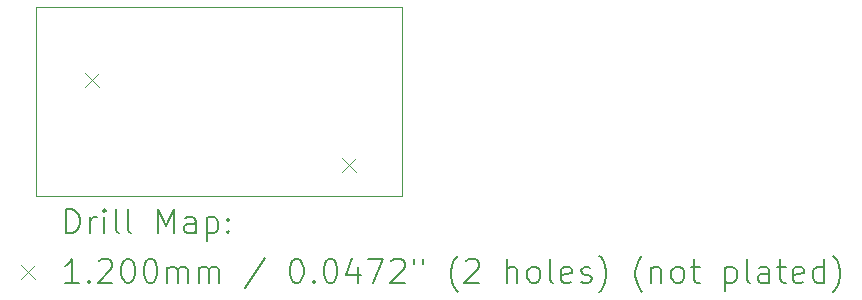
<source format=gbr>
%TF.GenerationSoftware,KiCad,Pcbnew,9.0.4*%
%TF.CreationDate,2025-11-13T19:39:49-05:00*%
%TF.ProjectId,thermistor circuit,74686572-6d69-4737-946f-722063697263,rev?*%
%TF.SameCoordinates,Original*%
%TF.FileFunction,Drillmap*%
%TF.FilePolarity,Positive*%
%FSLAX45Y45*%
G04 Gerber Fmt 4.5, Leading zero omitted, Abs format (unit mm)*
G04 Created by KiCad (PCBNEW 9.0.4) date 2025-11-13 19:39:49*
%MOMM*%
%LPD*%
G01*
G04 APERTURE LIST*
%ADD10C,0.050000*%
%ADD11C,0.200000*%
%ADD12C,0.120000*%
G04 APERTURE END LIST*
D10*
X17425000Y-7550000D02*
X20525000Y-7550000D01*
X20525000Y-9150000D01*
X17425000Y-9150000D01*
X17425000Y-7550000D01*
D11*
D12*
X17840000Y-8105000D02*
X17960000Y-8225000D01*
X17960000Y-8105000D02*
X17840000Y-8225000D01*
X20015000Y-8825000D02*
X20135000Y-8945000D01*
X20135000Y-8825000D02*
X20015000Y-8945000D01*
D11*
X17683277Y-9463984D02*
X17683277Y-9263984D01*
X17683277Y-9263984D02*
X17730896Y-9263984D01*
X17730896Y-9263984D02*
X17759467Y-9273508D01*
X17759467Y-9273508D02*
X17778515Y-9292555D01*
X17778515Y-9292555D02*
X17788039Y-9311603D01*
X17788039Y-9311603D02*
X17797563Y-9349698D01*
X17797563Y-9349698D02*
X17797563Y-9378270D01*
X17797563Y-9378270D02*
X17788039Y-9416365D01*
X17788039Y-9416365D02*
X17778515Y-9435412D01*
X17778515Y-9435412D02*
X17759467Y-9454460D01*
X17759467Y-9454460D02*
X17730896Y-9463984D01*
X17730896Y-9463984D02*
X17683277Y-9463984D01*
X17883277Y-9463984D02*
X17883277Y-9330650D01*
X17883277Y-9368746D02*
X17892801Y-9349698D01*
X17892801Y-9349698D02*
X17902324Y-9340174D01*
X17902324Y-9340174D02*
X17921372Y-9330650D01*
X17921372Y-9330650D02*
X17940420Y-9330650D01*
X18007086Y-9463984D02*
X18007086Y-9330650D01*
X18007086Y-9263984D02*
X17997563Y-9273508D01*
X17997563Y-9273508D02*
X18007086Y-9283031D01*
X18007086Y-9283031D02*
X18016610Y-9273508D01*
X18016610Y-9273508D02*
X18007086Y-9263984D01*
X18007086Y-9263984D02*
X18007086Y-9283031D01*
X18130896Y-9463984D02*
X18111848Y-9454460D01*
X18111848Y-9454460D02*
X18102324Y-9435412D01*
X18102324Y-9435412D02*
X18102324Y-9263984D01*
X18235658Y-9463984D02*
X18216610Y-9454460D01*
X18216610Y-9454460D02*
X18207086Y-9435412D01*
X18207086Y-9435412D02*
X18207086Y-9263984D01*
X18464229Y-9463984D02*
X18464229Y-9263984D01*
X18464229Y-9263984D02*
X18530896Y-9406841D01*
X18530896Y-9406841D02*
X18597563Y-9263984D01*
X18597563Y-9263984D02*
X18597563Y-9463984D01*
X18778515Y-9463984D02*
X18778515Y-9359222D01*
X18778515Y-9359222D02*
X18768991Y-9340174D01*
X18768991Y-9340174D02*
X18749944Y-9330650D01*
X18749944Y-9330650D02*
X18711848Y-9330650D01*
X18711848Y-9330650D02*
X18692801Y-9340174D01*
X18778515Y-9454460D02*
X18759467Y-9463984D01*
X18759467Y-9463984D02*
X18711848Y-9463984D01*
X18711848Y-9463984D02*
X18692801Y-9454460D01*
X18692801Y-9454460D02*
X18683277Y-9435412D01*
X18683277Y-9435412D02*
X18683277Y-9416365D01*
X18683277Y-9416365D02*
X18692801Y-9397317D01*
X18692801Y-9397317D02*
X18711848Y-9387793D01*
X18711848Y-9387793D02*
X18759467Y-9387793D01*
X18759467Y-9387793D02*
X18778515Y-9378270D01*
X18873753Y-9330650D02*
X18873753Y-9530650D01*
X18873753Y-9340174D02*
X18892801Y-9330650D01*
X18892801Y-9330650D02*
X18930896Y-9330650D01*
X18930896Y-9330650D02*
X18949944Y-9340174D01*
X18949944Y-9340174D02*
X18959467Y-9349698D01*
X18959467Y-9349698D02*
X18968991Y-9368746D01*
X18968991Y-9368746D02*
X18968991Y-9425889D01*
X18968991Y-9425889D02*
X18959467Y-9444936D01*
X18959467Y-9444936D02*
X18949944Y-9454460D01*
X18949944Y-9454460D02*
X18930896Y-9463984D01*
X18930896Y-9463984D02*
X18892801Y-9463984D01*
X18892801Y-9463984D02*
X18873753Y-9454460D01*
X19054705Y-9444936D02*
X19064229Y-9454460D01*
X19064229Y-9454460D02*
X19054705Y-9463984D01*
X19054705Y-9463984D02*
X19045182Y-9454460D01*
X19045182Y-9454460D02*
X19054705Y-9444936D01*
X19054705Y-9444936D02*
X19054705Y-9463984D01*
X19054705Y-9340174D02*
X19064229Y-9349698D01*
X19064229Y-9349698D02*
X19054705Y-9359222D01*
X19054705Y-9359222D02*
X19045182Y-9349698D01*
X19045182Y-9349698D02*
X19054705Y-9340174D01*
X19054705Y-9340174D02*
X19054705Y-9359222D01*
D12*
X17302500Y-9732500D02*
X17422500Y-9852500D01*
X17422500Y-9732500D02*
X17302500Y-9852500D01*
D11*
X17788039Y-9883984D02*
X17673753Y-9883984D01*
X17730896Y-9883984D02*
X17730896Y-9683984D01*
X17730896Y-9683984D02*
X17711848Y-9712555D01*
X17711848Y-9712555D02*
X17692801Y-9731603D01*
X17692801Y-9731603D02*
X17673753Y-9741127D01*
X17873753Y-9864936D02*
X17883277Y-9874460D01*
X17883277Y-9874460D02*
X17873753Y-9883984D01*
X17873753Y-9883984D02*
X17864229Y-9874460D01*
X17864229Y-9874460D02*
X17873753Y-9864936D01*
X17873753Y-9864936D02*
X17873753Y-9883984D01*
X17959467Y-9703031D02*
X17968991Y-9693508D01*
X17968991Y-9693508D02*
X17988039Y-9683984D01*
X17988039Y-9683984D02*
X18035658Y-9683984D01*
X18035658Y-9683984D02*
X18054705Y-9693508D01*
X18054705Y-9693508D02*
X18064229Y-9703031D01*
X18064229Y-9703031D02*
X18073753Y-9722079D01*
X18073753Y-9722079D02*
X18073753Y-9741127D01*
X18073753Y-9741127D02*
X18064229Y-9769698D01*
X18064229Y-9769698D02*
X17949944Y-9883984D01*
X17949944Y-9883984D02*
X18073753Y-9883984D01*
X18197563Y-9683984D02*
X18216610Y-9683984D01*
X18216610Y-9683984D02*
X18235658Y-9693508D01*
X18235658Y-9693508D02*
X18245182Y-9703031D01*
X18245182Y-9703031D02*
X18254705Y-9722079D01*
X18254705Y-9722079D02*
X18264229Y-9760174D01*
X18264229Y-9760174D02*
X18264229Y-9807793D01*
X18264229Y-9807793D02*
X18254705Y-9845889D01*
X18254705Y-9845889D02*
X18245182Y-9864936D01*
X18245182Y-9864936D02*
X18235658Y-9874460D01*
X18235658Y-9874460D02*
X18216610Y-9883984D01*
X18216610Y-9883984D02*
X18197563Y-9883984D01*
X18197563Y-9883984D02*
X18178515Y-9874460D01*
X18178515Y-9874460D02*
X18168991Y-9864936D01*
X18168991Y-9864936D02*
X18159467Y-9845889D01*
X18159467Y-9845889D02*
X18149944Y-9807793D01*
X18149944Y-9807793D02*
X18149944Y-9760174D01*
X18149944Y-9760174D02*
X18159467Y-9722079D01*
X18159467Y-9722079D02*
X18168991Y-9703031D01*
X18168991Y-9703031D02*
X18178515Y-9693508D01*
X18178515Y-9693508D02*
X18197563Y-9683984D01*
X18388039Y-9683984D02*
X18407086Y-9683984D01*
X18407086Y-9683984D02*
X18426134Y-9693508D01*
X18426134Y-9693508D02*
X18435658Y-9703031D01*
X18435658Y-9703031D02*
X18445182Y-9722079D01*
X18445182Y-9722079D02*
X18454705Y-9760174D01*
X18454705Y-9760174D02*
X18454705Y-9807793D01*
X18454705Y-9807793D02*
X18445182Y-9845889D01*
X18445182Y-9845889D02*
X18435658Y-9864936D01*
X18435658Y-9864936D02*
X18426134Y-9874460D01*
X18426134Y-9874460D02*
X18407086Y-9883984D01*
X18407086Y-9883984D02*
X18388039Y-9883984D01*
X18388039Y-9883984D02*
X18368991Y-9874460D01*
X18368991Y-9874460D02*
X18359467Y-9864936D01*
X18359467Y-9864936D02*
X18349944Y-9845889D01*
X18349944Y-9845889D02*
X18340420Y-9807793D01*
X18340420Y-9807793D02*
X18340420Y-9760174D01*
X18340420Y-9760174D02*
X18349944Y-9722079D01*
X18349944Y-9722079D02*
X18359467Y-9703031D01*
X18359467Y-9703031D02*
X18368991Y-9693508D01*
X18368991Y-9693508D02*
X18388039Y-9683984D01*
X18540420Y-9883984D02*
X18540420Y-9750650D01*
X18540420Y-9769698D02*
X18549944Y-9760174D01*
X18549944Y-9760174D02*
X18568991Y-9750650D01*
X18568991Y-9750650D02*
X18597563Y-9750650D01*
X18597563Y-9750650D02*
X18616610Y-9760174D01*
X18616610Y-9760174D02*
X18626134Y-9779222D01*
X18626134Y-9779222D02*
X18626134Y-9883984D01*
X18626134Y-9779222D02*
X18635658Y-9760174D01*
X18635658Y-9760174D02*
X18654705Y-9750650D01*
X18654705Y-9750650D02*
X18683277Y-9750650D01*
X18683277Y-9750650D02*
X18702325Y-9760174D01*
X18702325Y-9760174D02*
X18711848Y-9779222D01*
X18711848Y-9779222D02*
X18711848Y-9883984D01*
X18807086Y-9883984D02*
X18807086Y-9750650D01*
X18807086Y-9769698D02*
X18816610Y-9760174D01*
X18816610Y-9760174D02*
X18835658Y-9750650D01*
X18835658Y-9750650D02*
X18864229Y-9750650D01*
X18864229Y-9750650D02*
X18883277Y-9760174D01*
X18883277Y-9760174D02*
X18892801Y-9779222D01*
X18892801Y-9779222D02*
X18892801Y-9883984D01*
X18892801Y-9779222D02*
X18902325Y-9760174D01*
X18902325Y-9760174D02*
X18921372Y-9750650D01*
X18921372Y-9750650D02*
X18949944Y-9750650D01*
X18949944Y-9750650D02*
X18968991Y-9760174D01*
X18968991Y-9760174D02*
X18978515Y-9779222D01*
X18978515Y-9779222D02*
X18978515Y-9883984D01*
X19368991Y-9674460D02*
X19197563Y-9931603D01*
X19626134Y-9683984D02*
X19645182Y-9683984D01*
X19645182Y-9683984D02*
X19664229Y-9693508D01*
X19664229Y-9693508D02*
X19673753Y-9703031D01*
X19673753Y-9703031D02*
X19683277Y-9722079D01*
X19683277Y-9722079D02*
X19692801Y-9760174D01*
X19692801Y-9760174D02*
X19692801Y-9807793D01*
X19692801Y-9807793D02*
X19683277Y-9845889D01*
X19683277Y-9845889D02*
X19673753Y-9864936D01*
X19673753Y-9864936D02*
X19664229Y-9874460D01*
X19664229Y-9874460D02*
X19645182Y-9883984D01*
X19645182Y-9883984D02*
X19626134Y-9883984D01*
X19626134Y-9883984D02*
X19607087Y-9874460D01*
X19607087Y-9874460D02*
X19597563Y-9864936D01*
X19597563Y-9864936D02*
X19588039Y-9845889D01*
X19588039Y-9845889D02*
X19578515Y-9807793D01*
X19578515Y-9807793D02*
X19578515Y-9760174D01*
X19578515Y-9760174D02*
X19588039Y-9722079D01*
X19588039Y-9722079D02*
X19597563Y-9703031D01*
X19597563Y-9703031D02*
X19607087Y-9693508D01*
X19607087Y-9693508D02*
X19626134Y-9683984D01*
X19778515Y-9864936D02*
X19788039Y-9874460D01*
X19788039Y-9874460D02*
X19778515Y-9883984D01*
X19778515Y-9883984D02*
X19768991Y-9874460D01*
X19768991Y-9874460D02*
X19778515Y-9864936D01*
X19778515Y-9864936D02*
X19778515Y-9883984D01*
X19911848Y-9683984D02*
X19930896Y-9683984D01*
X19930896Y-9683984D02*
X19949944Y-9693508D01*
X19949944Y-9693508D02*
X19959468Y-9703031D01*
X19959468Y-9703031D02*
X19968991Y-9722079D01*
X19968991Y-9722079D02*
X19978515Y-9760174D01*
X19978515Y-9760174D02*
X19978515Y-9807793D01*
X19978515Y-9807793D02*
X19968991Y-9845889D01*
X19968991Y-9845889D02*
X19959468Y-9864936D01*
X19959468Y-9864936D02*
X19949944Y-9874460D01*
X19949944Y-9874460D02*
X19930896Y-9883984D01*
X19930896Y-9883984D02*
X19911848Y-9883984D01*
X19911848Y-9883984D02*
X19892801Y-9874460D01*
X19892801Y-9874460D02*
X19883277Y-9864936D01*
X19883277Y-9864936D02*
X19873753Y-9845889D01*
X19873753Y-9845889D02*
X19864229Y-9807793D01*
X19864229Y-9807793D02*
X19864229Y-9760174D01*
X19864229Y-9760174D02*
X19873753Y-9722079D01*
X19873753Y-9722079D02*
X19883277Y-9703031D01*
X19883277Y-9703031D02*
X19892801Y-9693508D01*
X19892801Y-9693508D02*
X19911848Y-9683984D01*
X20149944Y-9750650D02*
X20149944Y-9883984D01*
X20102325Y-9674460D02*
X20054706Y-9817317D01*
X20054706Y-9817317D02*
X20178515Y-9817317D01*
X20235658Y-9683984D02*
X20368991Y-9683984D01*
X20368991Y-9683984D02*
X20283277Y-9883984D01*
X20435658Y-9703031D02*
X20445182Y-9693508D01*
X20445182Y-9693508D02*
X20464229Y-9683984D01*
X20464229Y-9683984D02*
X20511849Y-9683984D01*
X20511849Y-9683984D02*
X20530896Y-9693508D01*
X20530896Y-9693508D02*
X20540420Y-9703031D01*
X20540420Y-9703031D02*
X20549944Y-9722079D01*
X20549944Y-9722079D02*
X20549944Y-9741127D01*
X20549944Y-9741127D02*
X20540420Y-9769698D01*
X20540420Y-9769698D02*
X20426134Y-9883984D01*
X20426134Y-9883984D02*
X20549944Y-9883984D01*
X20626134Y-9683984D02*
X20626134Y-9722079D01*
X20702325Y-9683984D02*
X20702325Y-9722079D01*
X20997563Y-9960174D02*
X20988039Y-9950650D01*
X20988039Y-9950650D02*
X20968991Y-9922079D01*
X20968991Y-9922079D02*
X20959468Y-9903031D01*
X20959468Y-9903031D02*
X20949944Y-9874460D01*
X20949944Y-9874460D02*
X20940420Y-9826841D01*
X20940420Y-9826841D02*
X20940420Y-9788746D01*
X20940420Y-9788746D02*
X20949944Y-9741127D01*
X20949944Y-9741127D02*
X20959468Y-9712555D01*
X20959468Y-9712555D02*
X20968991Y-9693508D01*
X20968991Y-9693508D02*
X20988039Y-9664936D01*
X20988039Y-9664936D02*
X20997563Y-9655412D01*
X21064230Y-9703031D02*
X21073753Y-9693508D01*
X21073753Y-9693508D02*
X21092801Y-9683984D01*
X21092801Y-9683984D02*
X21140420Y-9683984D01*
X21140420Y-9683984D02*
X21159468Y-9693508D01*
X21159468Y-9693508D02*
X21168991Y-9703031D01*
X21168991Y-9703031D02*
X21178515Y-9722079D01*
X21178515Y-9722079D02*
X21178515Y-9741127D01*
X21178515Y-9741127D02*
X21168991Y-9769698D01*
X21168991Y-9769698D02*
X21054706Y-9883984D01*
X21054706Y-9883984D02*
X21178515Y-9883984D01*
X21416611Y-9883984D02*
X21416611Y-9683984D01*
X21502325Y-9883984D02*
X21502325Y-9779222D01*
X21502325Y-9779222D02*
X21492801Y-9760174D01*
X21492801Y-9760174D02*
X21473753Y-9750650D01*
X21473753Y-9750650D02*
X21445182Y-9750650D01*
X21445182Y-9750650D02*
X21426134Y-9760174D01*
X21426134Y-9760174D02*
X21416611Y-9769698D01*
X21626134Y-9883984D02*
X21607087Y-9874460D01*
X21607087Y-9874460D02*
X21597563Y-9864936D01*
X21597563Y-9864936D02*
X21588039Y-9845889D01*
X21588039Y-9845889D02*
X21588039Y-9788746D01*
X21588039Y-9788746D02*
X21597563Y-9769698D01*
X21597563Y-9769698D02*
X21607087Y-9760174D01*
X21607087Y-9760174D02*
X21626134Y-9750650D01*
X21626134Y-9750650D02*
X21654706Y-9750650D01*
X21654706Y-9750650D02*
X21673753Y-9760174D01*
X21673753Y-9760174D02*
X21683277Y-9769698D01*
X21683277Y-9769698D02*
X21692801Y-9788746D01*
X21692801Y-9788746D02*
X21692801Y-9845889D01*
X21692801Y-9845889D02*
X21683277Y-9864936D01*
X21683277Y-9864936D02*
X21673753Y-9874460D01*
X21673753Y-9874460D02*
X21654706Y-9883984D01*
X21654706Y-9883984D02*
X21626134Y-9883984D01*
X21807087Y-9883984D02*
X21788039Y-9874460D01*
X21788039Y-9874460D02*
X21778515Y-9855412D01*
X21778515Y-9855412D02*
X21778515Y-9683984D01*
X21959468Y-9874460D02*
X21940420Y-9883984D01*
X21940420Y-9883984D02*
X21902325Y-9883984D01*
X21902325Y-9883984D02*
X21883277Y-9874460D01*
X21883277Y-9874460D02*
X21873753Y-9855412D01*
X21873753Y-9855412D02*
X21873753Y-9779222D01*
X21873753Y-9779222D02*
X21883277Y-9760174D01*
X21883277Y-9760174D02*
X21902325Y-9750650D01*
X21902325Y-9750650D02*
X21940420Y-9750650D01*
X21940420Y-9750650D02*
X21959468Y-9760174D01*
X21959468Y-9760174D02*
X21968992Y-9779222D01*
X21968992Y-9779222D02*
X21968992Y-9798270D01*
X21968992Y-9798270D02*
X21873753Y-9817317D01*
X22045182Y-9874460D02*
X22064230Y-9883984D01*
X22064230Y-9883984D02*
X22102325Y-9883984D01*
X22102325Y-9883984D02*
X22121373Y-9874460D01*
X22121373Y-9874460D02*
X22130896Y-9855412D01*
X22130896Y-9855412D02*
X22130896Y-9845889D01*
X22130896Y-9845889D02*
X22121373Y-9826841D01*
X22121373Y-9826841D02*
X22102325Y-9817317D01*
X22102325Y-9817317D02*
X22073753Y-9817317D01*
X22073753Y-9817317D02*
X22054706Y-9807793D01*
X22054706Y-9807793D02*
X22045182Y-9788746D01*
X22045182Y-9788746D02*
X22045182Y-9779222D01*
X22045182Y-9779222D02*
X22054706Y-9760174D01*
X22054706Y-9760174D02*
X22073753Y-9750650D01*
X22073753Y-9750650D02*
X22102325Y-9750650D01*
X22102325Y-9750650D02*
X22121373Y-9760174D01*
X22197563Y-9960174D02*
X22207087Y-9950650D01*
X22207087Y-9950650D02*
X22226134Y-9922079D01*
X22226134Y-9922079D02*
X22235658Y-9903031D01*
X22235658Y-9903031D02*
X22245182Y-9874460D01*
X22245182Y-9874460D02*
X22254706Y-9826841D01*
X22254706Y-9826841D02*
X22254706Y-9788746D01*
X22254706Y-9788746D02*
X22245182Y-9741127D01*
X22245182Y-9741127D02*
X22235658Y-9712555D01*
X22235658Y-9712555D02*
X22226134Y-9693508D01*
X22226134Y-9693508D02*
X22207087Y-9664936D01*
X22207087Y-9664936D02*
X22197563Y-9655412D01*
X22559468Y-9960174D02*
X22549944Y-9950650D01*
X22549944Y-9950650D02*
X22530896Y-9922079D01*
X22530896Y-9922079D02*
X22521372Y-9903031D01*
X22521372Y-9903031D02*
X22511849Y-9874460D01*
X22511849Y-9874460D02*
X22502325Y-9826841D01*
X22502325Y-9826841D02*
X22502325Y-9788746D01*
X22502325Y-9788746D02*
X22511849Y-9741127D01*
X22511849Y-9741127D02*
X22521372Y-9712555D01*
X22521372Y-9712555D02*
X22530896Y-9693508D01*
X22530896Y-9693508D02*
X22549944Y-9664936D01*
X22549944Y-9664936D02*
X22559468Y-9655412D01*
X22635658Y-9750650D02*
X22635658Y-9883984D01*
X22635658Y-9769698D02*
X22645182Y-9760174D01*
X22645182Y-9760174D02*
X22664230Y-9750650D01*
X22664230Y-9750650D02*
X22692801Y-9750650D01*
X22692801Y-9750650D02*
X22711849Y-9760174D01*
X22711849Y-9760174D02*
X22721372Y-9779222D01*
X22721372Y-9779222D02*
X22721372Y-9883984D01*
X22845182Y-9883984D02*
X22826134Y-9874460D01*
X22826134Y-9874460D02*
X22816611Y-9864936D01*
X22816611Y-9864936D02*
X22807087Y-9845889D01*
X22807087Y-9845889D02*
X22807087Y-9788746D01*
X22807087Y-9788746D02*
X22816611Y-9769698D01*
X22816611Y-9769698D02*
X22826134Y-9760174D01*
X22826134Y-9760174D02*
X22845182Y-9750650D01*
X22845182Y-9750650D02*
X22873753Y-9750650D01*
X22873753Y-9750650D02*
X22892801Y-9760174D01*
X22892801Y-9760174D02*
X22902325Y-9769698D01*
X22902325Y-9769698D02*
X22911849Y-9788746D01*
X22911849Y-9788746D02*
X22911849Y-9845889D01*
X22911849Y-9845889D02*
X22902325Y-9864936D01*
X22902325Y-9864936D02*
X22892801Y-9874460D01*
X22892801Y-9874460D02*
X22873753Y-9883984D01*
X22873753Y-9883984D02*
X22845182Y-9883984D01*
X22968992Y-9750650D02*
X23045182Y-9750650D01*
X22997563Y-9683984D02*
X22997563Y-9855412D01*
X22997563Y-9855412D02*
X23007087Y-9874460D01*
X23007087Y-9874460D02*
X23026134Y-9883984D01*
X23026134Y-9883984D02*
X23045182Y-9883984D01*
X23264230Y-9750650D02*
X23264230Y-9950650D01*
X23264230Y-9760174D02*
X23283277Y-9750650D01*
X23283277Y-9750650D02*
X23321373Y-9750650D01*
X23321373Y-9750650D02*
X23340420Y-9760174D01*
X23340420Y-9760174D02*
X23349944Y-9769698D01*
X23349944Y-9769698D02*
X23359468Y-9788746D01*
X23359468Y-9788746D02*
X23359468Y-9845889D01*
X23359468Y-9845889D02*
X23349944Y-9864936D01*
X23349944Y-9864936D02*
X23340420Y-9874460D01*
X23340420Y-9874460D02*
X23321373Y-9883984D01*
X23321373Y-9883984D02*
X23283277Y-9883984D01*
X23283277Y-9883984D02*
X23264230Y-9874460D01*
X23473753Y-9883984D02*
X23454706Y-9874460D01*
X23454706Y-9874460D02*
X23445182Y-9855412D01*
X23445182Y-9855412D02*
X23445182Y-9683984D01*
X23635658Y-9883984D02*
X23635658Y-9779222D01*
X23635658Y-9779222D02*
X23626134Y-9760174D01*
X23626134Y-9760174D02*
X23607087Y-9750650D01*
X23607087Y-9750650D02*
X23568992Y-9750650D01*
X23568992Y-9750650D02*
X23549944Y-9760174D01*
X23635658Y-9874460D02*
X23616611Y-9883984D01*
X23616611Y-9883984D02*
X23568992Y-9883984D01*
X23568992Y-9883984D02*
X23549944Y-9874460D01*
X23549944Y-9874460D02*
X23540420Y-9855412D01*
X23540420Y-9855412D02*
X23540420Y-9836365D01*
X23540420Y-9836365D02*
X23549944Y-9817317D01*
X23549944Y-9817317D02*
X23568992Y-9807793D01*
X23568992Y-9807793D02*
X23616611Y-9807793D01*
X23616611Y-9807793D02*
X23635658Y-9798270D01*
X23702325Y-9750650D02*
X23778515Y-9750650D01*
X23730896Y-9683984D02*
X23730896Y-9855412D01*
X23730896Y-9855412D02*
X23740420Y-9874460D01*
X23740420Y-9874460D02*
X23759468Y-9883984D01*
X23759468Y-9883984D02*
X23778515Y-9883984D01*
X23921373Y-9874460D02*
X23902325Y-9883984D01*
X23902325Y-9883984D02*
X23864230Y-9883984D01*
X23864230Y-9883984D02*
X23845182Y-9874460D01*
X23845182Y-9874460D02*
X23835658Y-9855412D01*
X23835658Y-9855412D02*
X23835658Y-9779222D01*
X23835658Y-9779222D02*
X23845182Y-9760174D01*
X23845182Y-9760174D02*
X23864230Y-9750650D01*
X23864230Y-9750650D02*
X23902325Y-9750650D01*
X23902325Y-9750650D02*
X23921373Y-9760174D01*
X23921373Y-9760174D02*
X23930896Y-9779222D01*
X23930896Y-9779222D02*
X23930896Y-9798270D01*
X23930896Y-9798270D02*
X23835658Y-9817317D01*
X24102325Y-9883984D02*
X24102325Y-9683984D01*
X24102325Y-9874460D02*
X24083277Y-9883984D01*
X24083277Y-9883984D02*
X24045182Y-9883984D01*
X24045182Y-9883984D02*
X24026134Y-9874460D01*
X24026134Y-9874460D02*
X24016611Y-9864936D01*
X24016611Y-9864936D02*
X24007087Y-9845889D01*
X24007087Y-9845889D02*
X24007087Y-9788746D01*
X24007087Y-9788746D02*
X24016611Y-9769698D01*
X24016611Y-9769698D02*
X24026134Y-9760174D01*
X24026134Y-9760174D02*
X24045182Y-9750650D01*
X24045182Y-9750650D02*
X24083277Y-9750650D01*
X24083277Y-9750650D02*
X24102325Y-9760174D01*
X24178515Y-9960174D02*
X24188039Y-9950650D01*
X24188039Y-9950650D02*
X24207087Y-9922079D01*
X24207087Y-9922079D02*
X24216611Y-9903031D01*
X24216611Y-9903031D02*
X24226134Y-9874460D01*
X24226134Y-9874460D02*
X24235658Y-9826841D01*
X24235658Y-9826841D02*
X24235658Y-9788746D01*
X24235658Y-9788746D02*
X24226134Y-9741127D01*
X24226134Y-9741127D02*
X24216611Y-9712555D01*
X24216611Y-9712555D02*
X24207087Y-9693508D01*
X24207087Y-9693508D02*
X24188039Y-9664936D01*
X24188039Y-9664936D02*
X24178515Y-9655412D01*
M02*

</source>
